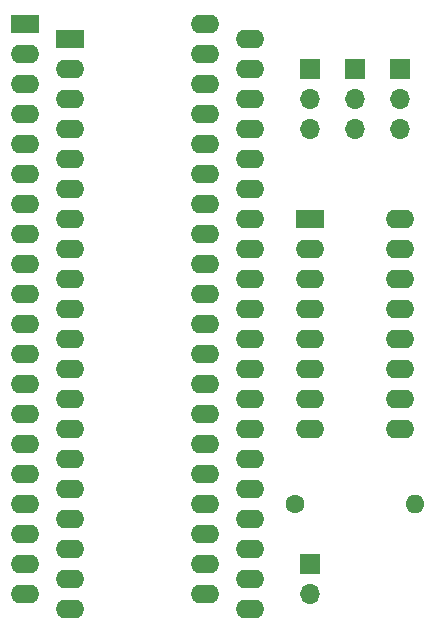
<source format=gbr>
%TF.GenerationSoftware,KiCad,Pcbnew,(5.1.9)-1*%
%TF.CreationDate,2022-09-27T04:16:09-04:00*%
%TF.ProjectId,Cocoloca,436f636f-6c6f-4636-912e-6b696361645f,rev?*%
%TF.SameCoordinates,Original*%
%TF.FileFunction,Soldermask,Top*%
%TF.FilePolarity,Negative*%
%FSLAX46Y46*%
G04 Gerber Fmt 4.6, Leading zero omitted, Abs format (unit mm)*
G04 Created by KiCad (PCBNEW (5.1.9)-1) date 2022-09-27 04:16:09*
%MOMM*%
%LPD*%
G01*
G04 APERTURE LIST*
%ADD10O,2.400000X1.600000*%
%ADD11R,2.400000X1.600000*%
%ADD12O,1.600000X1.600000*%
%ADD13C,1.600000*%
%ADD14O,1.700000X1.700000*%
%ADD15R,1.700000X1.700000*%
G04 APERTURE END LIST*
D10*
%TO.C,U2*%
X151130000Y-96520000D03*
X143510000Y-114300000D03*
X151130000Y-99060000D03*
X143510000Y-111760000D03*
X151130000Y-101600000D03*
X143510000Y-109220000D03*
X151130000Y-104140000D03*
X143510000Y-106680000D03*
X151130000Y-106680000D03*
X143510000Y-104140000D03*
X151130000Y-109220000D03*
X143510000Y-101600000D03*
X151130000Y-111760000D03*
X143510000Y-99060000D03*
X151130000Y-114300000D03*
D11*
X143510000Y-96520000D03*
%TD*%
D10*
%TO.C,COCOVDG1*%
X134620000Y-80010000D03*
X119380000Y-128270000D03*
X134620000Y-82550000D03*
X119380000Y-125730000D03*
X134620000Y-85090000D03*
X119380000Y-123190000D03*
X134620000Y-87630000D03*
X119380000Y-120650000D03*
X134620000Y-90170000D03*
X119380000Y-118110000D03*
X134620000Y-92710000D03*
X119380000Y-115570000D03*
X134620000Y-95250000D03*
X119380000Y-113030000D03*
X134620000Y-97790000D03*
X119380000Y-110490000D03*
X134620000Y-100330000D03*
X119380000Y-107950000D03*
X134620000Y-102870000D03*
X119380000Y-105410000D03*
X134620000Y-105410000D03*
X119380000Y-102870000D03*
X134620000Y-107950000D03*
X119380000Y-100330000D03*
X134620000Y-110490000D03*
X119380000Y-97790000D03*
X134620000Y-113030000D03*
X119380000Y-95250000D03*
X134620000Y-115570000D03*
X119380000Y-92710000D03*
X134620000Y-118110000D03*
X119380000Y-90170000D03*
X134620000Y-120650000D03*
X119380000Y-87630000D03*
X134620000Y-123190000D03*
X119380000Y-85090000D03*
X134620000Y-125730000D03*
X119380000Y-82550000D03*
X134620000Y-128270000D03*
D11*
X119380000Y-80010000D03*
%TD*%
D10*
%TO.C,U1*%
X138430000Y-81280000D03*
X123190000Y-129540000D03*
X138430000Y-83820000D03*
X123190000Y-127000000D03*
X138430000Y-86360000D03*
X123190000Y-124460000D03*
X138430000Y-88900000D03*
X123190000Y-121920000D03*
X138430000Y-91440000D03*
X123190000Y-119380000D03*
X138430000Y-93980000D03*
X123190000Y-116840000D03*
X138430000Y-96520000D03*
X123190000Y-114300000D03*
X138430000Y-99060000D03*
X123190000Y-111760000D03*
X138430000Y-101600000D03*
X123190000Y-109220000D03*
X138430000Y-104140000D03*
X123190000Y-106680000D03*
X138430000Y-106680000D03*
X123190000Y-104140000D03*
X138430000Y-109220000D03*
X123190000Y-101600000D03*
X138430000Y-111760000D03*
X123190000Y-99060000D03*
X138430000Y-114300000D03*
X123190000Y-96520000D03*
X138430000Y-116840000D03*
X123190000Y-93980000D03*
X138430000Y-119380000D03*
X123190000Y-91440000D03*
X138430000Y-121920000D03*
X123190000Y-88900000D03*
X138430000Y-124460000D03*
X123190000Y-86360000D03*
X138430000Y-127000000D03*
X123190000Y-83820000D03*
X138430000Y-129540000D03*
D11*
X123190000Y-81280000D03*
%TD*%
D12*
%TO.C,1K1*%
X152400000Y-120650000D03*
D13*
X142240000Y-120650000D03*
%TD*%
D14*
%TO.C,JSAM1*%
X143510000Y-128270000D03*
D15*
X143510000Y-125730000D03*
%TD*%
D14*
%TO.C,J2*%
X143510000Y-88900000D03*
X143510000Y-86360000D03*
D15*
X143510000Y-83820000D03*
%TD*%
D14*
%TO.C,J1*%
X147320000Y-88900000D03*
X147320000Y-86360000D03*
D15*
X147320000Y-83820000D03*
%TD*%
D14*
%TO.C,J0*%
X151130000Y-88900000D03*
X151130000Y-86360000D03*
D15*
X151130000Y-83820000D03*
%TD*%
M02*

</source>
